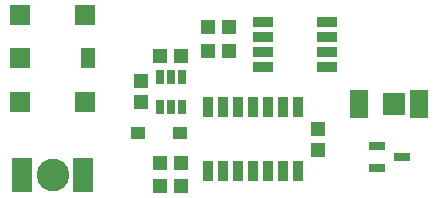
<source format=gts>
G04 DesignSpark PCB Gerber Version 10.0 Build 5299*
G04 #@! TF.Part,Single*
G04 #@! TF.FileFunction,Soldermask,Top*
G04 #@! TF.FilePolarity,Negative*
%FSLAX35Y35*%
%MOMM*%
G04 #@! TA.AperFunction,SMDPad,CuDef*
%ADD99R,0.76000X1.31000*%
%ADD103R,0.86000X1.68500*%
%ADD100R,1.16000X1.25000*%
%ADD87R,1.16000X1.76000*%
%ADD110R,1.56000X2.46000*%
%ADD88R,1.66000X1.76000*%
%ADD112R,1.76000X2.86000*%
%ADD111R,1.96000X1.96000*%
G04 #@! TA.AperFunction,WasherPad*
%ADD18C,2.76000*%
G04 #@! TA.AperFunction,SMDPad,CuDef*
%ADD113R,1.41000X0.76000*%
%ADD109R,1.68500X0.81000*%
%ADD95R,1.21000X1.01000*%
%ADD96R,1.25000X1.16000*%
G04 #@! TD.AperFunction*
X0Y0D02*
D02*
D18*
X1323130Y736980D03*
D02*
D87*
X1623480Y1722230D03*
D02*
D88*
X1048480Y1352230D03*
Y1722230D03*
Y2092230D03*
X1598480Y1352230D03*
Y2092230D03*
D02*
D95*
X2043130Y1086980D03*
X2403130D03*
D02*
D96*
X2234230Y636980D03*
Y836980D03*
Y1737230D03*
X2412030Y636980D03*
Y836980D03*
Y1737230D03*
X2634230Y1786980D03*
Y1986980D03*
X2812030Y1786980D03*
Y1986980D03*
D02*
D99*
X2228130Y1307280D03*
Y1567280D03*
X2323130Y1307280D03*
Y1567280D03*
X2418130Y1307280D03*
Y1567280D03*
D02*
D100*
X2073130Y1348080D03*
Y1525880D03*
X3573180Y948380D03*
Y1126180D03*
D02*
D103*
X2642180Y766080D03*
Y1308480D03*
X2769180Y766080D03*
Y1308480D03*
X2896180Y766080D03*
Y1308480D03*
X3023180Y766080D03*
Y1308480D03*
X3150180Y766080D03*
Y1308480D03*
X3277180Y766080D03*
Y1308480D03*
X3404180Y766080D03*
Y1308480D03*
D02*
D109*
X3101930Y1646480D03*
Y1773480D03*
Y1900480D03*
Y2027480D03*
X3644330Y1646480D03*
Y1773480D03*
Y1900480D03*
Y2027480D03*
D02*
D110*
X3918130Y1336980D03*
X4428130D03*
D02*
D111*
X4212630D03*
D02*
D112*
X1063130Y736980D03*
X1583130D03*
D02*
D113*
X4068180Y792280D03*
Y982280D03*
X4278180Y887280D03*
X0Y0D02*
M02*

</source>
